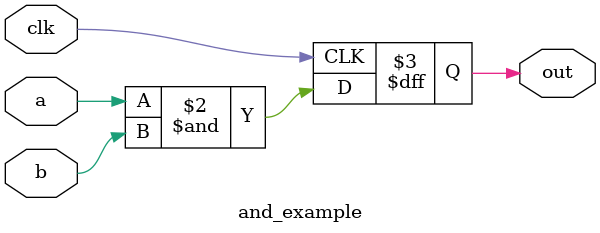
<source format=v>
module and_example (a, b, clk, out);
	
	input a, b;
	input clk;

	output out;
	reg out;
	
	always @ (posedge clk)
	begin
		out <= a & b;
	end

endmodule
</source>
